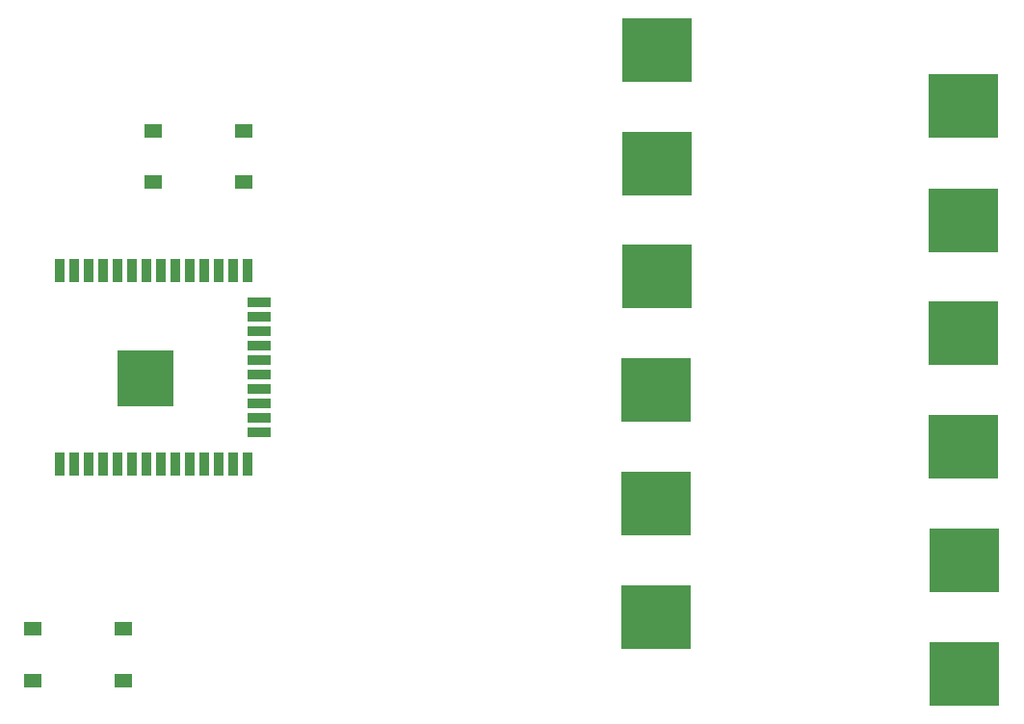
<source format=gbr>
%TF.GenerationSoftware,KiCad,Pcbnew,(5.1.10)-1*%
%TF.CreationDate,2022-01-27T04:55:15+01:00*%
%TF.ProjectId,_autosave-ESP32LedControllerRGBWWf_rJulia,5f617574-6f73-4617-9665-2d4553503332,rev?*%
%TF.SameCoordinates,Original*%
%TF.FileFunction,Paste,Top*%
%TF.FilePolarity,Positive*%
%FSLAX46Y46*%
G04 Gerber Fmt 4.6, Leading zero omitted, Abs format (unit mm)*
G04 Created by KiCad (PCBNEW (5.1.10)-1) date 2022-01-27 04:55:15*
%MOMM*%
%LPD*%
G01*
G04 APERTURE LIST*
%ADD10R,0.900000X2.000000*%
%ADD11R,2.000000X0.900000*%
%ADD12R,5.000000X5.000000*%
%ADD13R,1.550000X1.300000*%
%ADD14R,6.200000X5.700000*%
G04 APERTURE END LIST*
D10*
%TO.C,U1*%
X88995000Y-94500000D03*
X90265000Y-94500000D03*
X91535000Y-94500000D03*
X92805000Y-94500000D03*
X94075000Y-94500000D03*
X95345000Y-94500000D03*
X96615000Y-94500000D03*
X97885000Y-94500000D03*
X99155000Y-94500000D03*
X100425000Y-94500000D03*
X101695000Y-94500000D03*
X102965000Y-94500000D03*
X104235000Y-94500000D03*
X105505000Y-94500000D03*
D11*
X106505000Y-97285000D03*
X106505000Y-98555000D03*
X106505000Y-99825000D03*
X106505000Y-101095000D03*
X106505000Y-102365000D03*
X106505000Y-103635000D03*
X106505000Y-104905000D03*
X106505000Y-106175000D03*
X106505000Y-107445000D03*
X106505000Y-108715000D03*
D10*
X105505000Y-111500000D03*
X104235000Y-111500000D03*
X102965000Y-111500000D03*
X101695000Y-111500000D03*
X100425000Y-111500000D03*
X99155000Y-111500000D03*
X97885000Y-111500000D03*
X96615000Y-111500000D03*
X95345000Y-111500000D03*
X94075000Y-111500000D03*
X92805000Y-111500000D03*
X91535000Y-111500000D03*
X90265000Y-111500000D03*
X88995000Y-111500000D03*
D12*
X96495000Y-104000000D03*
%TD*%
D13*
%TO.C,SW2*%
X94600000Y-130525000D03*
X86650000Y-130525000D03*
X94600000Y-126025000D03*
X86650000Y-126025000D03*
%TD*%
%TO.C,SW1*%
X97175000Y-82200000D03*
X105125000Y-82200000D03*
X97175000Y-86700000D03*
X105125000Y-86700000D03*
%TD*%
D14*
%TO.C,Q12*%
X168475000Y-130000000D03*
%TD*%
%TO.C,Q11*%
X141391667Y-125010000D03*
%TD*%
%TO.C,Q10*%
X168458333Y-119990000D03*
%TD*%
%TO.C,Q9*%
X141391667Y-114985000D03*
%TD*%
%TO.C,Q8*%
X168408333Y-110015000D03*
%TD*%
%TO.C,Q7*%
X141416667Y-104985000D03*
%TD*%
%TO.C,Q6*%
X168408333Y-100015000D03*
%TD*%
%TO.C,Q5*%
X141491667Y-94985000D03*
%TD*%
%TO.C,Q4*%
X168408333Y-90090000D03*
%TD*%
%TO.C,Q3*%
X141491667Y-85110000D03*
%TD*%
%TO.C,Q2*%
X168433333Y-80040000D03*
%TD*%
%TO.C,Q1*%
X141491667Y-75060000D03*
%TD*%
M02*

</source>
